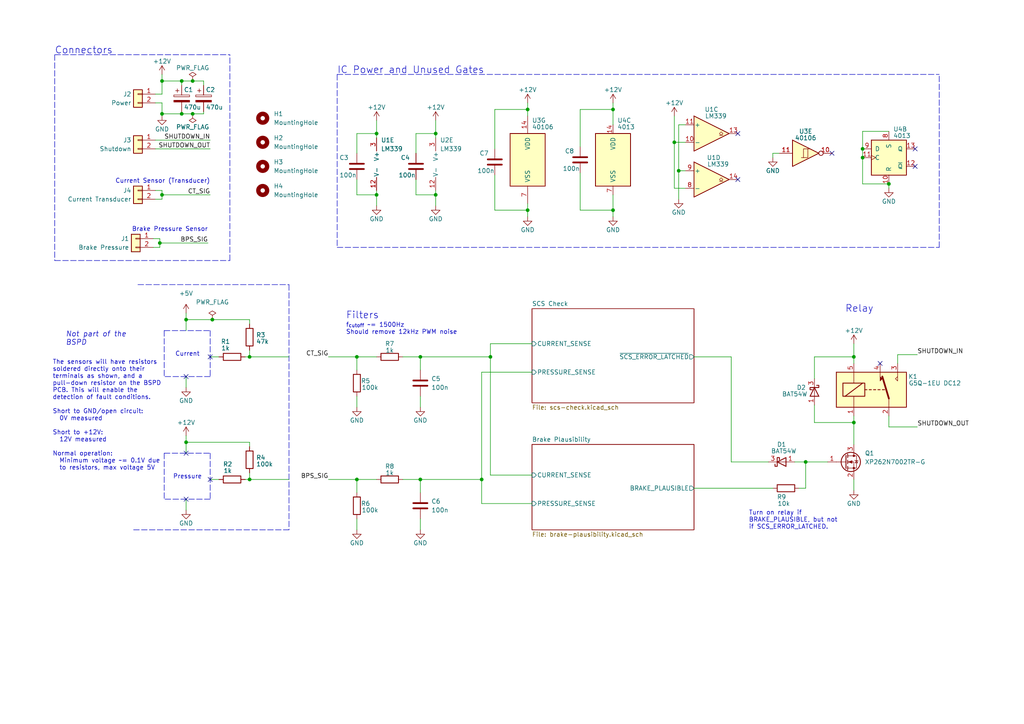
<source format=kicad_sch>
(kicad_sch (version 20211123) (generator eeschema)
  (paper "A4")
  (title_block (title "BSPD") (date "2022-04-01") (rev "1.0.1") (company "SUFST - Southampton University Formula Student Team") (comment 1 "STAG 9") (comment 3 "Marek Frodyma"))
  (lib_symbols
    (symbol "4xxx:40106" (pin_names (offset 1.016))
      (property "Reference" "U" (at 0 1.27 0))
      (property "Value" "40106" (at 0 -1.27 0))
      (symbol "40106_1_0"
        (polyline (pts (xy -0.635 -1.27) (xy -0.635 1.27) (xy 0.635 1.27)))
        (polyline (pts (xy -3.81 3.81) (xy -3.81 -3.81) (xy 3.81 0) (xy -3.81 3.81)) (stroke (width 0.254)) (fill (type background)))
        (polyline (pts (xy -1.27 -1.27) (xy 0.635 -1.27) (xy 0.635 1.27) (xy 1.27 1.27)))
        (pin input line (at -7.62 0 0) (length 3.81) (name "~") (number "1"))
        (pin output inverted (at 7.62 0 180) (length 3.81) (name "~") (number "2"))
      )
      (symbol "40106_2_0"
        (polyline (pts (xy -0.635 -1.27) (xy -0.635 1.27) (xy 0.635 1.27)))
        (polyline (pts (xy -3.81 3.81) (xy -3.81 -3.81) (xy 3.81 0) (xy -3.81 3.81)) (stroke (width 0.254)) (fill (type background)))
        (polyline (pts (xy -1.27 -1.27) (xy 0.635 -1.27) (xy 0.635 1.27) (xy 1.27 1.27)))
        (pin input line (at -7.62 0 0) (length 3.81) (name "~") (number "3"))
        (pin output inverted (at 7.62 0 180) (length 3.81) (name "~") (number "4"))
      )
      (symbol "40106_3_0"
        (polyline (pts (xy -0.635 -1.27) (xy -0.635 1.27) (xy 0.635 1.27)))
        (polyline (pts (xy -3.81 3.81) (xy -3.81 -3.81) (xy 3.81 0) (xy -3.81 3.81)) (stroke (width 0.254)) (fill (type background)))
        (polyline (pts (xy -1.27 -1.27) (xy 0.635 -1.27) (xy 0.635 1.27) (xy 1.27 1.27)))
        (pin input line (at -7.62 0 0) (length 3.81) (name "~") (number "5"))
        (pin output inverted (at 7.62 0 180) (length 3.81) (name "~") (number "6"))
      )
      (symbol "40106_4_0"
        (polyline (pts (xy -0.635 -1.27) (xy -0.635 1.27) (xy 0.635 1.27)))
        (polyline (pts (xy -3.81 3.81) (xy -3.81 -3.81) (xy 3.81 0) (xy -3.81 3.81)) (stroke (width 0.254)) (fill (type background)))
        (polyline (pts (xy -1.27 -1.27) (xy 0.635 -1.27) (xy 0.635 1.27) (xy 1.27 1.27)))
        (pin output inverted (at 7.62 0 180) (length 3.81) (name "~") (number "8"))
        (pin input line (at -7.62 0 0) (length 3.81) (name "~") (number "9"))
      )
      (symbol "40106_5_0"
        (polyline (pts (xy -0.635 -1.27) (xy -0.635 1.27) (xy 0.635 1.27)))
        (polyline (pts (xy -3.81 3.81) (xy -3.81 -3.81) (xy 3.81 0) (xy -3.81 3.81)) (stroke (width 0.254)) (fill (type background)))
        (polyline (pts (xy -1.27 -1.27) (xy 0.635 -1.27) (xy 0.635 1.27) (xy 1.27 1.27)))
        (pin output inverted (at 7.62 0 180) (length 3.81) (name "~") (number "10"))
        (pin input line (at -7.62 0 0) (length 3.81) (name "~") (number "11"))
      )
      (symbol "40106_6_0"
        (polyline (pts (xy -0.635 -1.27) (xy -0.635 1.27) (xy 0.635 1.27)))
        (polyline (pts (xy -3.81 3.81) (xy -3.81 -3.81) (xy 3.81 0) (xy -3.81 3.81)) (stroke (width 0.254)) (fill (type background)))
        (polyline (pts (xy -1.27 -1.27) (xy 0.635 -1.27) (xy 0.635 1.27) (xy 1.27 1.27)))
        (pin output inverted (at 7.62 0 180) (length 3.81) (name "~") (number "12"))
        (pin input line (at -7.62 0 0) (length 3.81) (name "~") (number "13"))
      )
      (symbol "40106_7_0"
        (pin power_in line (at 0 12.7 270) (length 5.08) (name "VDD") (number "14"))
        (pin power_in line (at 0 -12.7 90) (length 5.08) (name "VSS") (number "7"))
      )
      (symbol "40106_7_1"
        (rectangle (start -5.08 7.62) (end 5.08 -7.62) (stroke (width 0.254)) (fill (type background)))
      )
    )
    (symbol "4xxx:4013" (pin_names (offset 1.016))
      (property "Reference" "U" (at -7.62 8.89 0))
      (property "Value" "4013" (at -7.62 -8.89 0))
      (symbol "4013_1_1"
        (rectangle (start -5.08 5.08) (end 5.08 -5.08) (stroke (width 0.254)) (fill (type background)))
        (pin output line (at 7.62 2.54 180) (length 2.54) (name "Q") (number "1"))
        (pin output line (at 7.62 -2.54 180) (length 2.54) (name "~{Q}") (number "2"))
        (pin input clock (at -7.62 0 0) (length 2.54) (name "C") (number "3"))
        (pin input line (at 0 -7.62 90) (length 2.54) (name "R") (number "4"))
        (pin input line (at -7.62 2.54 0) (length 2.54) (name "D") (number "5"))
        (pin input line (at 0 7.62 270) (length 2.54) (name "S") (number "6"))
      )
      (symbol "4013_2_1"
        (rectangle (start -5.08 5.08) (end 5.08 -5.08) (stroke (width 0.254)) (fill (type background)))
        (pin input line (at 0 -7.62 90) (length 2.54) (name "R") (number "10"))
        (pin input clock (at -7.62 0 0) (length 2.54) (name "C") (number "11"))
        (pin output line (at 7.62 -2.54 180) (length 2.54) (name "~{Q}") (number "12"))
        (pin output line (at 7.62 2.54 180) (length 2.54) (name "Q") (number "13"))
        (pin input line (at 0 7.62 270) (length 2.54) (name "S") (number "8"))
        (pin input line (at -7.62 2.54 0) (length 2.54) (name "D") (number "9"))
      )
      (symbol "4013_3_0"
        (pin power_in line (at 0 10.16 270) (length 2.54) (name "VDD") (number "14"))
        (pin power_in line (at 0 -10.16 90) (length 2.54) (name "VSS") (number "7"))
      )
      (symbol "4013_3_1"
        (rectangle (start -5.08 7.62) (end 5.08 -7.62) (stroke (width 0.254)) (fill (type background)))
      )
    )
    (symbol "Comparator:LM339" (pin_names (offset 0.127))
      (property "Reference" "U" (at 0 5.08 0))
      (property "Value" "LM339" (at 0 -5.08 0))
      (symbol "LM339_1_1"
        (polyline (pts (xy -5.08 5.08) (xy 5.08 0) (xy -5.08 -5.08) (xy -5.08 5.08)) (stroke (width 0.254)) (fill (type background)))
        (polyline (pts (xy 3.302 -0.508) (xy 2.794 -0.508) (xy 3.302 0) (xy 2.794 0.508) (xy 2.286 0) (xy 2.794 -0.508) (xy 2.286 -0.508)) (stroke (width 0.127)))
        (pin open_collector line (at 7.62 0 180) (length 2.54) (name "~") (number "2"))
        (pin input line (at -7.62 -2.54 0) (length 2.54) (name "-") (number "4"))
        (pin input line (at -7.62 2.54 0) (length 2.54) (name "+") (number "5"))
      )
      (symbol "LM339_2_1"
        (polyline (pts (xy -5.08 5.08) (xy 5.08 0) (xy -5.08 -5.08) (xy -5.08 5.08)) (stroke (width 0.254)) (fill (type background)))
        (polyline (pts (xy 3.302 -0.508) (xy 2.794 -0.508) (xy 3.302 0) (xy 2.794 0.508) (xy 2.286 0) (xy 2.794 -0.508) (xy 2.286 -0.508)) (stroke (width 0.127)))
        (pin open_collector line (at 7.62 0 180) (length 2.54) (name "~") (number "1"))
        (pin input line (at -7.62 -2.54 0) (length 2.54) (name "-") (number "6"))
        (pin input line (at -7.62 2.54 0) (length 2.54) (name "+") (number "7"))
      )
      (symbol "LM339_3_1"
        (polyline (pts (xy -5.08 5.08) (xy 5.08 0) (xy -5.08 -5.08) (xy -5.08 5.08)) (stroke (width 0.254)) (fill (type background)))
        (polyline (pts (xy 3.302 -0.508) (xy 2.794 -0.508) (xy 3.302 0) (xy 2.794 0.508) (xy 2.286 0) (xy 2.794 -0.508) (xy 2.286 -0.508)) (stroke (width 0.127)))
        (pin input line (at -7.62 -2.54 0) (length 2.54) (name "-") (number "10"))
        (pin input line (at -7.62 2.54 0) (length 2.54) (name "+") (number "11"))
        (pin open_collector line (at 7.62 0 180) (length 2.54) (name "~") (number "13"))
      )
      (symbol "LM339_4_1"
        (polyline (pts (xy -5.08 5.08) (xy 5.08 0) (xy -5.08 -5.08) (xy -5.08 5.08)) (stroke (width 0.254)) (fill (type background)))
        (polyline (pts (xy 3.302 -0.508) (xy 2.794 -0.508) (xy 3.302 0) (xy 2.794 0.508) (xy 2.286 0) (xy 2.794 -0.508) (xy 2.286 -0.508)) (stroke (width 0.127)))
        (pin open_collector line (at 7.62 0 180) (length 2.54) (name "~") (number "14"))
        (pin input line (at -7.62 -2.54 0) (length 2.54) (name "-") (number "8"))
        (pin input line (at -7.62 2.54 0) (length 2.54) (name "+") (number "9"))
      )
      (symbol "LM339_5_1"
        (pin power_in line (at -2.54 -7.62 90) (length 3.81) (name "V-") (number "12"))
        (pin power_in line (at -2.54 7.62 270) (length 3.81) (name "V+") (number "3"))
      )
    )
    (symbol "Connector_Generic:Conn_01x02" (pin_names (offset 1.016) hide)
      (property "Reference" "J" (at 0 2.54 0))
      (property "Value" "Conn_01x02" (at 0 -5.08 0))
      (symbol "Conn_01x02_1_1"
        (rectangle (start -1.27 -2.413) (end 0 -2.667) (stroke (width 0.1524)))
        (rectangle (start -1.27 0.127) (end 0 -0.127) (stroke (width 0.1524)))
        (rectangle (start -1.27 1.27) (end 1.27 -3.81) (stroke (width 0.254)) (fill (type background)))
        (pin passive line (at -5.08 0 0) (length 3.81) (name "Pin_1") (number "1"))
        (pin passive line (at -5.08 -2.54 0) (length 3.81) (name "Pin_2") (number "2"))
      )
    )
    (symbol "Device:C" (pin_numbers hide) (pin_names (offset 0.254))
      (property "Reference" "C" (at 0.635 2.54 0))
      (property "Value" "C" (at 0.635 -2.54 0))
      (symbol "C_0_1"
        (polyline (pts (xy -2.032 -0.762) (xy 2.032 -0.762)) (stroke (width 0.508)))
        (polyline (pts (xy -2.032 0.762) (xy 2.032 0.762)) (stroke (width 0.508)))
      )
      (symbol "C_1_1"
        (pin passive line (at 0 3.81 270) (length 2.794) (name "~") (number "1"))
        (pin passive line (at 0 -3.81 90) (length 2.794) (name "~") (number "2"))
      )
    )
    (symbol "Device:C_Polarized" (pin_numbers hide) (pin_names (offset 0.254))
      (property "Reference" "C" (at 0.635 2.54 0))
      (property "Value" "C_Polarized" (at 0.635 -2.54 0))
      (symbol "C_Polarized_0_1"
        (rectangle (start -2.286 0.508) (end 2.286 1.016))
        (polyline (pts (xy -1.778 2.286) (xy -0.762 2.286)))
        (polyline (pts (xy -1.27 2.794) (xy -1.27 1.778)))
        (rectangle (start 2.286 -0.508) (end -2.286 -1.016) (fill (type outline)))
      )
      (symbol "C_Polarized_1_1"
        (pin passive line (at 0 3.81 270) (length 2.794) (name "~") (number "1"))
        (pin passive line (at 0 -3.81 90) (length 2.794) (name "~") (number "2"))
      )
    )
    (symbol "Device:Q_NMOS_GSD" (pin_names (offset 0) hide)
      (property "Reference" "Q" (at 5.08 1.27 0))
      (property "Value" "Q_NMOS_GSD" (at 5.08 -1.27 0))
      (symbol "Q_NMOS_GSD_0_1"
        (polyline (pts (xy 0.254 0) (xy -2.54 0)))
        (polyline (pts (xy 0.254 1.905) (xy 0.254 -1.905)) (stroke (width 0.254)))
        (polyline (pts (xy 0.762 -1.27) (xy 0.762 -2.286)) (stroke (width 0.254)))
        (polyline (pts (xy 0.762 0.508) (xy 0.762 -0.508)) (stroke (width 0.254)))
        (polyline (pts (xy 0.762 2.286) (xy 0.762 1.27)) (stroke (width 0.254)))
        (polyline (pts (xy 2.54 2.54) (xy 2.54 1.778)))
        (polyline (pts (xy 2.54 -2.54) (xy 2.54 0) (xy 0.762 0)))
        (polyline (pts (xy 0.762 -1.778) (xy 3.302 -1.778) (xy 3.302 1.778) (xy 0.762 1.778)))
        (polyline (pts (xy 1.016 0) (xy 2.032 0.381) (xy 2.032 -0.381) (xy 1.016 0)) (fill (type outline)))
        (polyline (pts (xy 2.794 0.508) (xy 2.921 0.381) (xy 3.683 0.381) (xy 3.81 0.254)))
        (polyline (pts (xy 3.302 0.381) (xy 2.921 -0.254) (xy 3.683 -0.254) (xy 3.302 0.381)))
        (circle (center 1.651 0) (radius 2.794) (stroke (width 0.254)))
        (circle (center 2.54 -1.778) (radius 0.254) (fill (type outline)))
        (circle (center 2.54 1.778) (radius 0.254) (fill (type outline)))
      )
      (symbol "Q_NMOS_GSD_1_1"
        (pin input line (at -5.08 0 0) (length 2.54) (name "G") (number "1"))
        (pin passive line (at 2.54 -5.08 90) (length 2.54) (name "S") (number "2"))
        (pin passive line (at 2.54 5.08 270) (length 2.54) (name "D") (number "3"))
      )
    )
    (symbol "Device:R" (pin_numbers hide) (pin_names (offset 0))
      (property "Reference" "R" (at 2.032 0 90))
      (property "Value" "R" (at 0 0 90))
      (symbol "R_0_1"
        (rectangle (start -1.016 -2.54) (end 1.016 2.54) (stroke (width 0.254)))
      )
      (symbol "R_1_1"
        (pin passive line (at 0 3.81 270) (length 1.27) (name "~") (number "1"))
        (pin passive line (at 0 -3.81 90) (length 1.27) (name "~") (number "2"))
      )
    )
    (symbol "Diode:BAT54W" (pin_names (offset 1.016) hide)
      (property "Reference" "D" (at 0 2.54 0))
      (property "Value" "BAT54W" (at 0 -2.54 0))
      (symbol "BAT54W_0_1"
        (polyline (pts (xy 1.27 0) (xy -1.27 0)))
        (polyline (pts (xy 1.27 1.27) (xy 1.27 -1.27) (xy -1.27 0) (xy 1.27 1.27)) (stroke (width 0.254)))
        (polyline (pts (xy -1.905 0.635) (xy -1.905 1.27) (xy -1.27 1.27) (xy -1.27 -1.27) (xy -0.635 -1.27) (xy -0.635 -0.635)) (stroke (width 0.254)))
      )
      (symbol "BAT54W_1_1"
        (pin passive line (at 3.81 0 180) (length 2.54) (name "A") (number "1"))
        (pin no_connect line (at 0 0 90) (length 2.54) hide (name "NC") (number "2"))
        (pin passive line (at -3.81 0 0) (length 2.54) (name "K") (number "3"))
      )
    )
    (symbol "Mechanical:MountingHole" (pin_names (offset 1.016))
      (property "Reference" "H" (at 0 5.08 0))
      (property "Value" "MountingHole" (at 0 3.175 0))
      (symbol "MountingHole_0_1"
        (circle (center 0 0) (radius 1.27) (stroke (width 1.27)))
      )
    )
    (symbol "Relay:G5Q-1"
      (property "Reference" "K" (at 11.43 3.81 0))
      (property "Value" "G5Q-1" (at 11.43 1.27 0))
      (symbol "G5Q-1_0_0"
        (polyline (pts (xy 7.62 5.08) (xy 7.62 2.54) (xy 6.985 3.175) (xy 7.62 3.81)))
      )
      (symbol "G5Q-1_0_1"
        (rectangle (start -10.16 5.08) (end 10.16 -5.08) (stroke (width 0.254)) (fill (type background)))
        (rectangle (start -8.255 1.905) (end -1.905 -1.905) (stroke (width 0.254)))
        (polyline (pts (xy -7.62 -1.905) (xy -2.54 1.905)) (stroke (width 0.254)))
        (polyline (pts (xy -5.08 -5.08) (xy -5.08 -1.905)))
        (polyline (pts (xy -5.08 5.08) (xy -5.08 1.905)))
        (polyline (pts (xy -1.905 0) (xy -1.27 0)) (stroke (width 0.254)))
        (polyline (pts (xy -0.635 0) (xy 0 0)) (stroke (width 0.254)))
        (polyline (pts (xy 0.635 0) (xy 1.27 0)) (stroke (width 0.254)))
        (polyline (pts (xy 1.905 0) (xy 2.54 0)) (stroke (width 0.254)))
        (polyline (pts (xy 3.175 0) (xy 3.81 0)) (stroke (width 0.254)))
        (polyline (pts (xy 5.08 -2.54) (xy 3.175 3.81)) (stroke (width 0.508)))
        (polyline (pts (xy 5.08 -2.54) (xy 5.08 -5.08)))
        (polyline (pts (xy 2.54 5.08) (xy 2.54 2.54) (xy 3.175 3.175) (xy 2.54 3.81)) (fill (type outline)))
      )
      (symbol "G5Q-1_1_1"
        (pin passive line (at -5.08 -7.62 90) (length 2.54) (name "~") (number "1"))
        (pin passive line (at 5.08 -7.62 90) (length 2.54) (name "~") (number "2"))
        (pin passive line (at 7.62 7.62 270) (length 2.54) (name "~") (number "3"))
        (pin passive line (at 2.54 7.62 270) (length 2.54) (name "~") (number "4"))
        (pin passive line (at -5.08 7.62 270) (length 2.54) (name "~") (number "5"))
      )
    )
    (symbol "power:+12V" (power) (pin_names (offset 0))
      (property "Value" "+12V" (at 0 3.556 0))
      (symbol "+12V_0_1"
        (polyline (pts (xy -0.762 1.27) (xy 0 2.54)))
        (polyline (pts (xy 0 0) (xy 0 2.54)))
        (polyline (pts (xy 0 2.54) (xy 0.762 1.27)))
      )
      (symbol "+12V_1_1"
        (pin power_in line (at 0 0 90) (length 0) hide (name "+12V") (number "1"))
      )
    )
    (symbol "power:+5V" (power) (pin_names (offset 0))
      (property "Value" "+5V" (at 0 3.556 0))
      (symbol "+5V_0_1"
        (polyline (pts (xy -0.762 1.27) (xy 0 2.54)))
        (polyline (pts (xy 0 0) (xy 0 2.54)))
        (polyline (pts (xy 0 2.54) (xy 0.762 1.27)))
      )
      (symbol "+5V_1_1"
        (pin power_in line (at 0 0 90) (length 0) hide (name "+5V") (number "1"))
      )
    )
    (symbol "power:GND" (power) (pin_names (offset 0))
      (property "Value" "GND" (at 0 -3.81 0))
      (symbol "GND_0_1"
        (polyline (pts (xy 0 0) (xy 0 -1.27) (xy 1.27 -1.27) (xy 0 -2.54) (xy -1.27 -1.27) (xy 0 -1.27)))
      )
      (symbol "GND_1_1"
        (pin power_in line (at 0 0 270) (length 0) hide (name "GND") (number "1"))
      )
    )
    (symbol "power:PWR_FLAG" (power) (pin_numbers hide) (pin_names (offset 0) hide)
      (property "Value" "PWR_FLAG" (at 0 3.81 0))
      (symbol "PWR_FLAG_0_0"
        (pin power_out line (at 0 0 90) (length 0) (name "pwr") (number "1"))
      )
      (symbol "PWR_FLAG_0_1"
        (polyline (pts (xy 0 0) (xy 0 1.27) (xy -1.016 1.905) (xy 0 2.54) (xy 1.016 1.905) (xy 0 1.27)))
      )
    )
  )
  (junction (at 55.88 23.495))
  (junction (at 126.365 38.735))
  (junction (at 142.24 103.505))
  (junction (at 195.58 41.275))
  (junction (at 53.975 128.27))
  (junction (at 46.99 23.495))
  (junction (at 177.8 31.75))
  (junction (at 55.88 33.02))
  (junction (at 126.365 56.515))
  (junction (at 121.92 139.065))
  (junction (at 52.705 23.495))
  (junction (at 72.39 139.065))
  (junction (at 61.595 92.71))
  (junction (at 46.99 33.02))
  (junction (at 103.505 103.505))
  (junction (at 103.505 139.065))
  (junction (at 53.975 92.71))
  (junction (at 139.7 139.065))
  (junction (at 46.355 70.485))
  (junction (at 109.22 38.735))
  (junction (at 247.65 122.555))
  (junction (at 250.19 43.18))
  (junction (at 109.22 56.515))
  (junction (at 250.19 45.72))
  (junction (at 153.035 60.96))
  (junction (at 177.8 60.96))
  (junction (at 72.39 103.505))
  (junction (at 247.65 103.505))
  (junction (at 196.85 49.53))
  (junction (at 257.81 53.34))
  (junction (at 121.92 103.505))
  (junction (at 233.68 133.985))
  (junction (at 52.705 33.02))
  (junction (at 46.99 56.515))
  (junction (at 153.035 31.75))
  (no_connect (at 213.995 38.735))
  (no_connect (at 213.995 52.07))
  (no_connect (at 241.3 44.45))
  (no_connect (at 265.43 48.26))
  (no_connect (at 265.43 43.18))
  (no_connect (at 255.27 105.41))
  (no_connect (at 60.96 103.505))
  (no_connect (at 60.96 139.065))
  (no_connect (at 53.975 144.78))
  (no_connect (at 53.975 131.445))
  (no_connect (at 53.975 109.22))
  (wire (pts (xy 233.68 133.985) (xy 240.03 133.985)))
  (wire (pts (xy 72.39 93.98) (xy 72.39 92.71)))
  (wire (pts (xy 236.22 117.475) (xy 236.22 122.555)))
  (wire (pts (xy 52.705 32.385) (xy 52.705 33.02)))
  (wire (pts (xy 46.99 29.845) (xy 45.085 29.845)))
  (wire (pts (xy 121.92 103.505) (xy 142.24 103.505)))
  (wire (pts (xy 231.775 141.605) (xy 233.68 141.605)))
  (wire (pts (xy 139.7 139.065) (xy 139.7 107.95)))
  (polyline (pts (xy 40.005 82.55) (xy 83.82 82.55)))
  (wire (pts (xy 52.705 24.765) (xy 52.705 23.495)))
  (polyline (pts (xy 97.79 71.755) (xy 272.415 71.755)))
  (wire (pts (xy 153.035 60.96) (xy 153.035 62.865)))
  (wire (pts (xy 126.365 34.925) (xy 126.365 38.735)))
  (wire (pts (xy 153.035 31.75) (xy 153.035 33.655)))
  (wire (pts (xy 257.81 53.34) (xy 257.81 54.61)))
  (wire (pts (xy 103.505 103.505) (xy 103.505 107.315)))
  (wire (pts (xy 109.22 38.735) (xy 109.22 40.005)))
  (wire (pts (xy 95.25 139.065) (xy 103.505 139.065)))
  (wire (pts (xy 121.92 139.065) (xy 139.7 139.065)))
  (wire (pts (xy 142.24 103.505) (xy 142.24 99.695)))
  (wire (pts (xy 103.505 44.45) (xy 103.505 38.735)))
  (wire (pts (xy 46.355 71.755) (xy 44.45 71.755)))
  (wire (pts (xy 72.39 101.6) (xy 72.39 103.505)))
  (wire (pts (xy 126.365 56.515) (xy 126.365 59.69)))
  (wire (pts (xy 95.25 103.505) (xy 103.505 103.505)))
  (wire (pts (xy 236.22 109.855) (xy 236.22 103.505)))
  (polyline (pts (xy 60.96 109.22) (xy 47.625 109.22)))
  (wire (pts (xy 224.155 44.45) (xy 226.06 44.45)))
  (wire (pts (xy 247.65 139.065) (xy 247.65 142.24)))
  (wire (pts (xy 46.99 33.02) (xy 46.99 33.655)))
  (wire (pts (xy 126.365 55.245) (xy 126.365 56.515)))
  (polyline (pts (xy 272.415 71.755) (xy 272.415 21.59)))
  (wire (pts (xy 109.22 56.515) (xy 109.22 59.69)))
  (wire (pts (xy 154.305 137.795) (xy 142.24 137.795)))
  (wire (pts (xy 46.99 29.845) (xy 46.99 33.02)))
  (polyline (pts (xy 38.735 153.67) (xy 83.82 153.67)))
  (wire (pts (xy 55.88 23.495) (xy 52.705 23.495)))
  (wire (pts (xy 45.085 55.245) (xy 46.99 55.245)))
  (wire (pts (xy 139.7 139.065) (xy 139.7 146.05)))
  (wire (pts (xy 72.39 139.065) (xy 83.82 139.065)))
  (polyline (pts (xy 66.675 75.565) (xy 66.675 15.875)))
  (wire (pts (xy 46.99 23.495) (xy 46.99 27.305)))
  (wire (pts (xy 212.09 103.505) (xy 201.295 103.505)))
  (wire (pts (xy 120.65 56.515) (xy 126.365 56.515)))
  (wire (pts (xy 60.96 40.64) (xy 45.085 40.64)))
  (wire (pts (xy 120.65 38.735) (xy 126.365 38.735)))
  (wire (pts (xy 142.24 137.795) (xy 142.24 103.505)))
  (wire (pts (xy 121.92 139.065) (xy 116.84 139.065)))
  (wire (pts (xy 143.51 60.96) (xy 153.035 60.96)))
  (wire (pts (xy 257.81 120.65) (xy 257.81 123.825)))
  (wire (pts (xy 230.505 133.985) (xy 233.68 133.985)))
  (wire (pts (xy 72.39 139.065) (xy 71.12 139.065)))
  (wire (pts (xy 196.85 49.53) (xy 198.755 49.53)))
  (wire (pts (xy 103.505 38.735) (xy 109.22 38.735)))
  (wire (pts (xy 168.275 60.96) (xy 177.8 60.96)))
  (polyline (pts (xy 15.875 15.875) (xy 66.675 15.875)))
  (wire (pts (xy 177.8 29.845) (xy 177.8 31.75)))
  (wire (pts (xy 53.975 128.27) (xy 53.975 126.365)))
  (wire (pts (xy 201.295 141.605) (xy 224.155 141.605)))
  (wire (pts (xy 103.505 56.515) (xy 109.22 56.515)))
  (wire (pts (xy 168.275 42.545) (xy 168.275 31.75)))
  (polyline (pts (xy 47.625 95.885) (xy 47.625 109.22)))
  (polyline (pts (xy 15.875 15.875) (xy 15.875 75.565)))
  (wire (pts (xy 257.81 123.825) (xy 266.065 123.825)))
  (wire (pts (xy 46.99 57.785) (xy 45.085 57.785)))
  (wire (pts (xy 139.7 107.95) (xy 154.305 107.95)))
  (wire (pts (xy 46.99 56.515) (xy 46.99 57.785)))
  (wire (pts (xy 120.65 44.45) (xy 120.65 38.735)))
  (wire (pts (xy 143.51 43.18) (xy 143.51 31.75)))
  (wire (pts (xy 250.19 43.18) (xy 250.19 45.72)))
  (wire (pts (xy 195.58 41.275) (xy 195.58 54.61)))
  (wire (pts (xy 109.22 55.245) (xy 109.22 56.515)))
  (polyline (pts (xy 47.625 131.445) (xy 60.96 131.445)))
  (wire (pts (xy 142.24 99.695) (xy 154.305 99.695)))
  (wire (pts (xy 250.19 53.34) (xy 257.81 53.34)))
  (wire (pts (xy 45.085 27.305) (xy 46.99 27.305)))
  (wire (pts (xy 198.755 54.61) (xy 195.58 54.61)))
  (polyline (pts (xy 97.79 21.59) (xy 272.415 21.59)))
  (wire (pts (xy 177.8 60.96) (xy 177.8 62.865)))
  (wire (pts (xy 168.275 50.165) (xy 168.275 60.96)))
  (wire (pts (xy 46.355 70.485) (xy 46.355 71.755)))
  (wire (pts (xy 177.8 31.75) (xy 177.8 36.195)))
  (polyline (pts (xy 97.79 21.59) (xy 97.79 71.755)))
  (wire (pts (xy 126.365 38.735) (xy 126.365 40.005)))
  (wire (pts (xy 257.81 38.1) (xy 250.19 38.1)))
  (wire (pts (xy 247.65 99.695) (xy 247.65 103.505)))
  (wire (pts (xy 121.92 118.11) (xy 121.92 114.935)))
  (wire (pts (xy 103.505 139.065) (xy 103.505 142.875)))
  (wire (pts (xy 72.39 103.505) (xy 71.12 103.505)))
  (wire (pts (xy 72.39 103.505) (xy 83.82 103.505)))
  (wire (pts (xy 143.51 50.8) (xy 143.51 60.96)))
  (wire (pts (xy 153.035 29.845) (xy 153.035 31.75)))
  (polyline (pts (xy 60.96 95.885) (xy 60.96 109.22)))
  (wire (pts (xy 103.505 114.935) (xy 103.505 118.11)))
  (wire (pts (xy 59.055 33.02) (xy 55.88 33.02)))
  (wire (pts (xy 168.275 31.75) (xy 177.8 31.75)))
  (wire (pts (xy 109.22 34.925) (xy 109.22 38.735)))
  (wire (pts (xy 247.65 122.555) (xy 247.65 128.905)))
  (wire (pts (xy 52.705 33.02) (xy 46.99 33.02)))
  (polyline (pts (xy 60.96 144.78) (xy 47.625 144.78)))
  (wire (pts (xy 196.85 36.195) (xy 196.85 49.53)))
  (wire (pts (xy 103.505 150.495) (xy 103.505 153.67)))
  (wire (pts (xy 61.595 92.71) (xy 53.975 92.71)))
  (wire (pts (xy 53.975 92.71) (xy 53.975 95.885)))
  (wire (pts (xy 52.705 23.495) (xy 46.99 23.495)))
  (polyline (pts (xy 47.625 95.885) (xy 60.96 95.885)))
  (wire (pts (xy 72.39 129.54) (xy 72.39 128.27)))
  (wire (pts (xy 59.055 24.765) (xy 59.055 23.495)))
  (wire (pts (xy 53.975 144.78) (xy 53.975 147.955)))
  (wire (pts (xy 60.96 139.065) (xy 63.5 139.065)))
  (wire (pts (xy 212.09 133.985) (xy 212.09 103.505)))
  (wire (pts (xy 55.88 33.02) (xy 52.705 33.02)))
  (wire (pts (xy 60.325 70.485) (xy 46.355 70.485)))
  (wire (pts (xy 236.22 103.505) (xy 247.65 103.505)))
  (wire (pts (xy 60.96 56.515) (xy 46.99 56.515)))
  (wire (pts (xy 103.505 139.065) (xy 109.22 139.065)))
  (wire (pts (xy 59.055 32.385) (xy 59.055 33.02)))
  (wire (pts (xy 103.505 52.07) (xy 103.505 56.515)))
  (wire (pts (xy 143.51 31.75) (xy 153.035 31.75)))
  (wire (pts (xy 195.58 33.655) (xy 195.58 41.275)))
  (wire (pts (xy 224.155 44.45) (xy 224.155 45.72)))
  (wire (pts (xy 198.755 36.195) (xy 196.85 36.195)))
  (wire (pts (xy 53.975 92.71) (xy 53.975 90.805)))
  (wire (pts (xy 59.055 23.495) (xy 55.88 23.495)))
  (wire (pts (xy 103.505 103.505) (xy 109.22 103.505)))
  (wire (pts (xy 247.65 120.65) (xy 247.65 122.555)))
  (wire (pts (xy 46.355 69.215) (xy 46.355 70.485)))
  (wire (pts (xy 177.8 60.96) (xy 177.8 56.515)))
  (wire (pts (xy 250.19 45.72) (xy 250.19 53.34)))
  (wire (pts (xy 60.96 43.18) (xy 45.085 43.18)))
  (wire (pts (xy 72.39 92.71) (xy 61.595 92.71)))
  (wire (pts (xy 260.35 102.87) (xy 266.065 102.87)))
  (wire (pts (xy 53.975 128.27) (xy 53.975 131.445)))
  (polyline (pts (xy 15.875 75.565) (xy 66.675 75.565)))
  (polyline (pts (xy 83.82 82.55) (xy 83.82 153.67)))
  (wire (pts (xy 60.96 103.505) (xy 63.5 103.505)))
  (wire (pts (xy 72.39 137.16) (xy 72.39 139.065)))
  (wire (pts (xy 247.65 103.505) (xy 247.65 105.41)))
  (wire (pts (xy 53.975 109.22) (xy 53.975 112.395)))
  (wire (pts (xy 212.09 133.985) (xy 222.885 133.985)))
  (wire (pts (xy 121.92 107.315) (xy 121.92 103.505)))
  (wire (pts (xy 153.035 60.96) (xy 153.035 59.055)))
  (wire (pts (xy 46.99 21.59) (xy 46.99 23.495)))
  (wire (pts (xy 121.92 142.875) (xy 121.92 139.065)))
  (wire (pts (xy 139.7 146.05) (xy 154.305 146.05)))
  (wire (pts (xy 44.45 69.215) (xy 46.355 69.215)))
  (wire (pts (xy 196.85 49.53) (xy 196.85 57.785)))
  (wire (pts (xy 236.22 122.555) (xy 247.65 122.555)))
  (wire (pts (xy 250.19 38.1) (xy 250.19 43.18)))
  (wire (pts (xy 233.68 133.985) (xy 233.68 141.605)))
  (wire (pts (xy 121.92 103.505) (xy 116.84 103.505)))
  (wire (pts (xy 260.35 105.41) (xy 260.35 102.87)))
  (wire (pts (xy 46.99 55.245) (xy 46.99 56.515)))
  (wire (pts (xy 120.65 52.07) (xy 120.65 56.515)))
  (polyline (pts (xy 47.625 131.445) (xy 47.625 144.78)))
  (polyline (pts (xy 60.96 131.445) (xy 60.96 144.78)))
  (wire (pts (xy 121.92 153.67) (xy 121.92 150.495)))
  (wire (pts (xy 195.58 41.275) (xy 198.755 41.275)))
  (wire (pts (xy 72.39 128.27) (xy 53.975 128.27)))
  (text "Brake Pressure Sensor" (at 60.325 67.31 180) (effects (font (size 1.27 1.27)) (justify right bottom)))
  (text "Connectors" (at 15.875 15.875 0) (effects (font (size 2 2)) (justify left bottom)))
  (text "f_{cutoff} ~= 1500Hz\nShould remove 12kHz PWM noise" (at 100.33 97.155 0) (effects (font (size 1.27 1.27)) (justify left bottom)))
  (text "Current Sensor (Transducer)" (at 60.96 53.34 180) (effects (font (size 1.27 1.27)) (justify right bottom)))
  (text "Filters" (at 100.33 92.71 0) (effects (font (size 2 2)) (justify left bottom)))
  (text "The sensors will have resistors\nsoldered directly onto their\nterminals as shown, and a\npull-down resistor on the BSPD\nPCB. This will enable the\ndetection of fault conditions.\n\nShort to GND/open circuit:\n  0V measured\n\nShort to +12V:\n  12V measured\n\nNormal operation:\n  Minimum voltage ~= 0.1V due\n  to resistors, max voltage 5V" (at 15.24 136.525 0) (effects (font (size 1.27 1.27)) (justify left bottom)))
  (text "Current" (at 50.8 103.505 0) (effects (font (size 1.27 1.27)) (justify left bottom)))
  (text "IC Power and Unused Gates" (at 97.79 21.59 0) (effects (font (size 2 2)) (justify left bottom)))
  (text "Relay" (at 245.11 90.805 0) (effects (font (size 2 2)) (justify left bottom)))
  (text "Pressure" (at 50.165 139.065 0) (effects (font (size 1.27 1.27)) (justify left bottom)))
  (text "Not part of the\nBSPD" (at 19.05 100.33 0) (effects (font (size 1.5 1.5) italic) (justify left bottom)))
  (text "Turn on relay if\nBRAKE_PLAUSIBLE, but not\nif SCS_ERROR_LATCHED." (at 217.17 153.67 0) (effects (font (size 1.27 1.27)) (justify left bottom)))
  (label "SHUTDOWN_OUT" (at 266.065 123.825 0))
  (label "CT_SIG" (at 60.96 56.515 180))
  (label "SHUTDOWN_IN" (at 266.065 102.87 0))
  (label "CT_SIG" (at 95.25 103.505 180))
  (label "SHUTDOWN_OUT" (at 60.96 43.18 180))
  (label "BPS_SIG" (at 60.325 70.485 180))
  (label "SHUTDOWN_IN" (at 60.96 40.64 180))
  (label "BPS_SIG" (at 95.25 139.065 180))
  (symbol (lib_id "Device:R") (at 67.31 103.505 90) (unit 1) (in_bom no) (on_board no)
    (property "Reference" "R1" (at 65.405 99.06 90))
    (property "Value" "1k" (at 65.405 100.965 90))
    (property "Footprint" "ignore" (effects hide))
  )
  (symbol (lib_id "4xxx:4013") (at 177.8 46.355 0) (unit 3)
    (property "Reference" "U4" (at 179.07 34.925 0) (effects (justify left)))
    (property "Value" "4013" (at 179.07 36.83 0) (effects (justify left)))
    (property "Footprint" "Package_SO:SOIC-14_3.9x8.7mm_P1.27mm" (effects hide))
    (property "Datasheet" "http://www.onsemi.com/pub/Collateral/MC14013B-D.PDF" (effects hide))
    (property "Supplier" "Mouser" (effects hide))
    (property "Order Code" "863-MC14013BDR2G" (effects hide))
  )
  (symbol (lib_id "Mechanical:MountingHole") (at 76.2 34.29 0) (unit 1)
    (property "Reference" "H1" (at 79.375 33.0199 0) (effects (justify left)))
    (property "Value" "MountingHole" (at 79.375 35.5599 0) (effects (justify left)))
    (property "Footprint" "MountingHole:MountingHole_2.1mm" (effects hide))
  )
  (symbol (lib_id "power:+12V") (at 195.58 33.655 0) (unit 1)
    (property "Reference" "#PWR019" (effects hide))
    (property "Value" "+12V" (at 195.58 29.845 0))
  )
  (symbol (lib_id "Device:C") (at 120.65 48.26 0) (unit 1)
    (property "Reference" "C4" (at 116.205 45.72 0) (effects (justify left)))
    (property "Value" "100n" (at 115.57 50.8 0) (effects (justify left)))
    (property "Footprint" "Capacitor_SMD:C_0805_2012Metric" (effects hide))
    (property "Datasheet" "https://www.mouser.co.uk/datasheet/2/212/KEM_C1002_X7R_SMD-1102033.pdf" (effects hide))
    (property "Order Code" "C0805C104K5RAC7411" (effects hide))
    (property "Supplier" "Mouser" (effects hide))
  )
  (symbol (lib_id "power:GND") (at 177.8 62.865 0) (unit 1)
    (property "Reference" "#PWR018" (effects hide))
    (property "Value" "GND" (at 177.8 66.675 0))
  )
  (symbol (lib_id "Device:C_Polarized") (at 59.055 28.575 0) (unit 1)
    (property "Reference" "C2" (at 59.69 26.035 0) (effects (justify left)))
    (property "Value" "470u" (at 59.69 31.115 0) (effects (justify left)))
    (property "Footprint" "Capacitor_THT:CP_Radial_D10.0mm_P5.00mm" (effects hide))
    (property "Datasheet" "https://www.vishay.com/docs/28499/172rlx.pdf" (effects hide))
    (property "Supplier" "Mouser" (effects hide))
    (property "Order Code" "594-MAL217256471E3" (effects hide))
  )
  (symbol (lib_id "power:GND") (at 53.975 147.955 0) (unit 1)
    (property "Reference" "#PWR06" (effects hide))
    (property "Value" "GND" (at 53.975 151.765 0))
  )
  (symbol (lib_id "Device:C") (at 143.51 46.99 0) (unit 1)
    (property "Reference" "C7" (at 139.065 44.45 0) (effects (justify left)))
    (property "Value" "100n" (at 138.43 49.53 0) (effects (justify left)))
    (property "Footprint" "Capacitor_SMD:C_0805_2012Metric" (effects hide))
    (property "Datasheet" "https://www.mouser.co.uk/datasheet/2/212/KEM_C1002_X7R_SMD-1102033.pdf" (effects hide))
    (property "Order Code" "C0805C104K5RAC7411" (effects hide))
    (property "Supplier" "Mouser" (effects hide))
  )
  (symbol (lib_id "power:GND") (at 247.65 142.24 0) (unit 1)
    (property "Reference" "#PWR023" (effects hide))
    (property "Value" "GND" (at 247.65 146.05 0))
  )
  (symbol (lib_id "power:+12V") (at 109.22 34.925 0) (unit 1)
    (property "Reference" "#PWR09" (effects hide))
    (property "Value" "+12V" (at 109.22 31.115 0))
  )
  (symbol (lib_id "Device:C") (at 121.92 111.125 0) (unit 1)
    (property "Reference" "C5" (at 125.095 109.8549 0) (effects (justify left)))
    (property "Value" "100n" (at 125.095 112.3949 0) (effects (justify left)))
    (property "Footprint" "Capacitor_SMD:C_0805_2012Metric" (effects hide))
    (property "Datasheet" "https://www.mouser.co.uk/datasheet/2/212/KEM_C1002_X7R_SMD-1102033.pdf" (effects hide))
    (property "Order Code" "C0805C104K5RAC7411" (effects hide))
    (property "Supplier" "Mouser" (effects hide))
  )
  (symbol (lib_id "power:GND") (at 196.85 57.785 0) (unit 1)
    (property "Reference" "#PWR020" (effects hide))
    (property "Value" "GND" (at 196.85 61.595 0))
  )
  (symbol (lib_id "power:GND") (at 53.975 112.395 0) (unit 1)
    (property "Reference" "#PWR04" (effects hide))
    (property "Value" "GND" (at 53.975 116.205 0))
  )
  (symbol (lib_id "Comparator:LM339") (at 206.375 52.07 0) (unit 4)
    (property "Reference" "U1" (at 207.01 45.72 0))
    (property "Value" "LM339" (at 208.28 47.625 0))
    (property "Footprint" "Package_SO:SOIC-14_3.9x8.7mm_P1.27mm" (effects hide))
    (property "Datasheet" "https://www.st.com/resource/en/datasheet/lm139.pdf" (effects hide))
    (property "Supplier" "Mouser" (effects hide))
    (property "Order Code" "595-LM339DR" (effects hide))
  )
  (symbol (lib_id "Device:C") (at 121.92 146.685 0) (unit 1)
    (property "Reference" "C6" (at 125.095 145.4149 0) (effects (justify left)))
    (property "Value" "100n" (at 125.095 147.9549 0) (effects (justify left)))
    (property "Footprint" "Capacitor_SMD:C_0805_2012Metric" (effects hide))
    (property "Datasheet" "https://www.mouser.co.uk/datasheet/2/212/KEM_C1002_X7R_SMD-1102033.pdf" (effects hide))
    (property "Order Code" "C0805C104K5RAC7411" (effects hide))
    (property "Supplier" "Mouser" (effects hide))
  )
  (symbol (lib_id "power:+5V") (at 53.975 90.805 0) (unit 1)
    (property "Reference" "#PWR03" (effects hide))
    (property "Value" "+5V" (at 53.975 85.09 0))
  )
  (symbol (lib_id "power:PWR_FLAG") (at 61.595 92.71 0) (unit 1)
    (property "Reference" "#FLG0102" (effects hide))
    (property "Value" "PWR_FLAG" (at 61.595 87.63 0))
  )
  (symbol (lib_id "Connector_Generic:Conn_01x02") (at 39.37 69.215 0) (mirror y) (unit 1)
    (property "Reference" "J1" (at 37.465 69.215 0) (effects (justify left)))
    (property "Value" "Brake Pressure" (at 37.465 71.755 0) (effects (justify left)))
    (property "Footprint" "Connector_Molex:Molex_Micro-Fit_3.0_43650-0215_1x02_P3.00mm_Vertical" (effects hide))
    (property "Datasheet" "ttps://www.mouser.co.uk/datasheet/2/276/0436500215_PCB_HEADERS-148687.pdf" (effects hide))
    (property "Supplier" "Mouser" (effects hide))
    (property "Order Code" "538-43650-0215" (effects hide))
  )
  (symbol (lib_id "power:GND") (at 257.81 54.61 0) (unit 1)
    (property "Reference" "#PWR024" (effects hide))
    (property "Value" "GND" (at 257.81 58.42 0))
  )
  (symbol (lib_id "Connector_Generic:Conn_01x02") (at 40.005 27.305 0) (mirror y) (unit 1)
    (property "Reference" "J2" (at 38.1 27.305 0) (effects (justify left)))
    (property "Value" "Power" (at 38.1 29.845 0) (effects (justify left)))
    (property "Footprint" "Connector_Molex:Molex_Micro-Fit_3.0_43650-0215_1x02_P3.00mm_Vertical" (effects hide))
    (property "Datasheet" "https://www.mouser.co.uk/datasheet/2/276/0436500215_PCB_HEADERS-148687.pdf" (effects hide))
    (property "Supplier" "Mouser" (effects hide))
    (property "Order Code" "538-43650-0215" (effects hide))
  )
  (symbol (lib_id "power:GND") (at 121.92 118.11 0) (unit 1)
    (property "Reference" "#PWR011" (effects hide))
    (property "Value" "GND" (at 121.92 121.92 0))
  )
  (symbol (lib_id "Connector_Generic:Conn_01x02") (at 40.005 55.245 0) (mirror y) (unit 1)
    (property "Reference" "J4" (at 38.1 55.245 0) (effects (justify left)))
    (property "Value" "Current Transducer" (at 38.1 57.785 0) (effects (justify left)))
    (property "Footprint" "Connector_Molex:Molex_Micro-Fit_3.0_43650-0215_1x02_P3.00mm_Vertical" (effects hide))
    (property "Datasheet" "https://www.mouser.co.uk/datasheet/2/276/0436500215_PCB_HEADERS-148687.pdf" (effects hide))
    (property "Supplier" "Mouser" (effects hide))
    (property "Order Code" "538-43650-0215" (effects hide))
  )
  (symbol (lib_id "power:GND") (at 126.365 59.69 0) (unit 1)
    (property "Reference" "#PWR014" (effects hide))
    (property "Value" "GND" (at 126.365 63.5 0))
  )
  (symbol (lib_id "Mechanical:MountingHole") (at 76.2 55.245 0) (unit 1)
    (property "Reference" "H4" (at 79.375 53.9749 0) (effects (justify left)))
    (property "Value" "MountingHole" (at 79.375 56.5149 0) (effects (justify left)))
    (property "Footprint" "MountingHole:MountingHole_2.1mm" (effects hide))
  )
  (symbol (lib_id "power:GND") (at 46.99 33.655 0) (mirror y) (unit 1)
    (property "Reference" "#PWR02" (effects hide))
    (property "Value" "GND" (at 46.99 37.465 0))
  )
  (symbol (lib_id "Device:R") (at 103.505 111.125 180) (unit 1)
    (property "Reference" "R5" (at 106.045 110.49 0))
    (property "Value" "100k" (at 107.315 112.395 0))
    (property "Footprint" "Resistor_SMD:R_0805_2012Metric_Pad1.20x1.40mm_HandSolder" (effects hide))
    (property "Datasheet" "https://www.mouser.co.uk/datasheet/2/427/tnpw_e3-1761965.pdf" (effects hide))
    (property "Order Code" "71-TNPW0603100KBEEA" (effects hide))
    (property "Supplier" "Mouser" (effects hide))
  )
  (symbol (lib_id "4xxx:40106") (at 233.68 44.45 0) (unit 5)
    (property "Reference" "U3" (at 233.68 38.1 0))
    (property "Value" "40106" (at 233.68 40.005 0))
    (property "Footprint" "Package_SO:SOIC-14_3.9x8.7mm_P1.27mm" (effects hide))
    (property "Datasheet" "https://www.mouser.co.uk/datasheet/2/916/HEF40106B-2938045.pdf" (effects hide))
    (property "Supplier" "Mouser" (effects hide))
    (property "Order Code" "771-HEF40106BTD-T" (effects hide))
  )
  (symbol (lib_id "Device:R") (at 103.505 146.685 180) (unit 1)
    (property "Reference" "R6" (at 106.045 146.05 0))
    (property "Value" "100k" (at 107.315 147.955 0))
    (property "Footprint" "Resistor_SMD:R_0805_2012Metric_Pad1.20x1.40mm_HandSolder" (effects hide))
    (property "Datasheet" "https://www.mouser.co.uk/datasheet/2/427/tnpw_e3-1761965.pdf" (effects hide))
    (property "Order Code" "71-TNPW0603100KBEEA" (effects hide))
    (property "Supplier" "Mouser" (effects hide))
  )
  (symbol (lib_id "Comparator:LM339") (at 128.905 47.625 0) (unit 5)
    (property "Reference" "U2" (at 127.635 40.64 0) (effects (justify left)))
    (property "Value" "LM339" (at 127.635 43.18 0) (effects (justify left)))
    (property "Footprint" "Package_SO:SOIC-14_3.9x8.7mm_P1.27mm" (effects hide))
    (property "Datasheet" "https://www.st.com/resource/en/datasheet/lm139.pdf" (effects hide))
    (property "Supplier" "Mouser" (effects hide))
    (property "Order Code" "595-LM339DR" (effects hide))
  )
  (symbol (lib_id "Device:C") (at 103.505 48.26 0) (unit 1)
    (property "Reference" "C3" (at 98.425 45.72 0) (effects (justify left)))
    (property "Value" "100n" (at 98.425 50.8 0) (effects (justify left)))
    (property "Footprint" "Capacitor_SMD:C_0805_2012Metric" (effects hide))
    (property "Datasheet" "https://www.mouser.co.uk/datasheet/2/212/KEM_C1002_X7R_SMD-1102033.pdf" (effects hide))
    (property "Order Code" "C0805C104K5RAC7411" (effects hide))
    (property "Supplier" "Mouser" (effects hide))
  )
  (symbol (lib_id "power:GND") (at 224.155 45.72 0) (unit 1)
    (property "Reference" "#PWR021" (effects hide))
    (property "Value" "GND" (at 224.155 49.53 0))
  )
  (symbol (lib_id "Comparator:LM339") (at 111.76 47.625 0) (unit 5)
    (property "Reference" "U1" (at 110.49 40.64 0) (effects (justify left)))
    (property "Value" "LM339" (at 110.49 43.18 0) (effects (justify left)))
    (property "Footprint" "Package_SO:SOIC-14_3.9x8.7mm_P1.27mm" (effects hide))
    (property "Datasheet" "https://www.st.com/resource/en/datasheet/lm139.pdf" (effects hide))
    (property "Supplier" "Mouser" (effects hide))
    (property "Order Code" "595-LM339DR" (effects hide))
  )
  (symbol (lib_id "Device:R") (at 72.39 133.35 0) (unit 1) (in_bom no) (on_board no)
    (property "Reference" "R4" (at 74.295 132.715 0) (effects (justify left)))
    (property "Value" "100k" (at 74.295 134.62 0) (effects (justify left)))
    (property "Footprint" "ignore" (effects hide))
  )
  (symbol (lib_id "power:PWR_FLAG") (at 55.88 23.495 0) (unit 1)
    (property "Reference" "#FLG0101" (effects hide))
    (property "Value" "PWR_FLAG" (at 55.88 19.685 0))
  )
  (symbol (lib_id "Device:C_Polarized") (at 52.705 28.575 0) (unit 1)
    (property "Reference" "C1" (at 53.34 26.035 0) (effects (justify left)))
    (property "Value" "470u" (at 53.34 31.115 0) (effects (justify left)))
    (property "Footprint" "Capacitor_THT:CP_Radial_D10.0mm_P5.00mm" (effects hide))
    (property "Datasheet" "https://www.vishay.com/docs/28499/172rlx.pdf" (effects hide))
    (property "Supplier" "Mouser" (effects hide))
    (property "Order Code" "594-MAL217256471E3" (effects hide))
  )
  (symbol (lib_id "power:+12V") (at 126.365 34.925 0) (unit 1)
    (property "Reference" "#PWR013" (effects hide))
    (property "Value" "+12V" (at 126.365 31.115 0))
  )
  (symbol (lib_id "power:GND") (at 121.92 153.67 0) (unit 1)
    (property "Reference" "#PWR012" (effects hide))
    (property "Value" "GND" (at 121.92 157.48 0))
  )
  (symbol (lib_id "power:+12V") (at 247.65 99.695 0) (unit 1)
    (property "Reference" "#PWR022" (effects hide))
    (property "Value" "+12V" (at 247.65 95.885 0))
  )
  (symbol (lib_id "Device:R") (at 67.31 139.065 90) (unit 1) (in_bom no) (on_board no)
    (property "Reference" "R2" (at 66.04 134.62 90))
    (property "Value" "1k" (at 66.04 136.525 90))
    (property "Footprint" "ignore" (effects hide))
  )
  (symbol (lib_id "Connector_Generic:Conn_01x02") (at 40.005 40.64 0) (mirror y) (unit 1)
    (property "Reference" "J3" (at 38.1 40.64 0) (effects (justify left)))
    (property "Value" "Shutdown" (at 38.1 43.18 0) (effects (justify left)))
    (property "Footprint" "Connector_Molex:Molex_Micro-Fit_3.0_43650-0215_1x02_P3.00mm_Vertical" (effects hide))
    (property "Datasheet" "https://www.mouser.co.uk/datasheet/2/276/0436500215_PCB_HEADERS-148687.pdf" (effects hide))
    (property "Supplier" "Mouser" (effects hide))
    (property "Order Code" "538-43650-0215" (effects hide))
  )
  (symbol (lib_id "Diode:BAT54W") (at 236.22 113.665 270) (unit 1)
    (property "Reference" "D2" (at 232.41 112.395 90))
    (property "Value" "BAT54W" (at 230.505 114.3 90))
    (property "Footprint" "Package_TO_SOT_SMD:SOT-323_SC-70" (effects hide))
    (property "Datasheet" "https://assets.nexperia.com/documents/data-sheet/BAT54W_SER.pdf" (effects hide))
    (property "Supplier" "Mouser" (effects hide))
    (property "Order Code" "771-BAT54W-T/R" (effects hide))
  )
  (symbol (lib_id "Device:Q_NMOS_GSD") (at 245.11 133.985 0) (unit 1)
    (property "Reference" "Q1" (at 250.825 131.445 0) (effects (justify left)))
    (property "Value" "XP262N7002TR-G" (at 250.825 133.985 0) (effects (justify left)))
    (property "Footprint" "Package_TO_SOT_SMD:SOT-23" (effects hide))
    (property "Datasheet" "https://www.mouser.co.uk/datasheet/2/760/TOSL_S_A0008257237_1-2575093.pdf" (effects hide))
    (property "Order Code" "865-XP262N7002TR-G" (effects hide))
    (property "Supplier" "Mouser" (effects hide))
  )
  (symbol (lib_id "power:PWR_FLAG") (at 55.88 33.02 180) (unit 1)
    (property "Reference" "#FLG01" (effects hide))
    (property "Value" "PWR_FLAG" (at 55.88 36.83 0))
  )
  (symbol (lib_id "power:+12V") (at 177.8 29.845 0) (unit 1)
    (property "Reference" "#PWR017" (effects hide))
    (property "Value" "+12V" (at 177.8 26.035 0))
  )
  (symbol (lib_id "power:GND") (at 103.505 118.11 0) (unit 1)
    (property "Reference" "#PWR07" (effects hide))
    (property "Value" "GND" (at 103.505 121.92 0))
  )
  (symbol (lib_id "power:GND") (at 153.035 62.865 0) (unit 1)
    (property "Reference" "#PWR016" (effects hide))
    (property "Value" "GND" (at 153.035 66.675 0))
  )
  (symbol (lib_id "power:GND") (at 103.505 153.67 0) (unit 1)
    (property "Reference" "#PWR08" (effects hide))
    (property "Value" "GND" (at 103.505 157.48 0))
  )
  (symbol (lib_id "Diode:BAT54W") (at 226.695 133.985 0) (mirror x) (unit 1)
    (property "Reference" "D1" (at 226.695 128.905 0))
    (property "Value" "BAT54W" (at 227.33 130.81 0))
    (property "Footprint" "Package_TO_SOT_SMD:SOT-323_SC-70" (effects hide))
    (property "Datasheet" "https://assets.nexperia.com/documents/data-sheet/BAT54W_SER.pdf" (effects hide))
    (property "Supplier" "Mouser" (effects hide))
    (property "Order Code" "771-BAT54W-T/R" (effects hide))
  )
  (symbol (lib_id "Relay:G5Q-1") (at 252.73 113.03 0) (unit 1)
    (property "Reference" "K1" (at 264.795 109.22 0))
    (property "Value" "G5Q-1EU DC12" (at 271.145 111.125 0))
    (property "Footprint" "SUFTS:G5Q1EU12DC" (effects hide))
    (property "Datasheet" "https://www.omron.com/ecb/products/pdf/en-g5q.pdf" (effects hide))
    (property "Supplier" "Mouser" (effects hide))
    (property "Order Code" "653-G5Q-1-EUDC12" (effects hide))
  )
  (symbol (lib_id "Device:R") (at 227.965 141.605 90) (unit 1)
    (property "Reference" "R9" (at 226.695 144.145 90))
    (property "Value" "10k" (at 227.33 146.05 90))
    (property "Footprint" "Resistor_SMD:R_0805_2012Metric_Pad1.20x1.40mm_HandSolder" (effects hide))
    (property "Datasheet" "https://www.mouser.co.uk/datasheet/2/427/mcx0x0xpre-1762843.pdf" (effects hide))
    (property "Order Code" "594-MCT06030F1002BP1" (effects hide))
    (property "Supplier" "Mouser" (effects hide))
  )
  (symbol (lib_id "power:+12V") (at 153.035 29.845 0) (unit 1)
    (property "Reference" "#PWR015" (effects hide))
    (property "Value" "+12V" (at 153.035 26.035 0))
  )
  (symbol (lib_id "Device:R") (at 113.03 103.505 90) (unit 1)
    (property "Reference" "R7" (at 113.03 99.695 90))
    (property "Value" "1k" (at 113.03 101.6 90))
    (property "Footprint" "Resistor_SMD:R_0805_2012Metric_Pad1.20x1.40mm_HandSolder" (effects hide))
    (property "Datasheet" "https://www.mouser.co.uk/datasheet/2/427/mcx0x0xpre-1762843.pdf" (effects hide))
    (property "Order Code" "594-MCS04020D1001BE0" (effects hide))
    (property "Supplier" "Mouser" (effects hide))
  )
  (symbol (lib_id "4xxx:40106") (at 153.035 46.355 0) (unit 7)
    (property "Reference" "U3" (at 154.305 34.925 0) (effects (justify left)))
    (property "Value" "40106" (at 154.305 36.83 0) (effects (justify left)))
    (property "Footprint" "Package_SO:SOIC-14_3.9x8.7mm_P1.27mm" (effects hide))
    (property "Datasheet" "https://www.mouser.co.uk/datasheet/2/916/HEF40106B-2938045.pdf" (effects hide))
    (property "Supplier" "Mouser" (effects hide))
    (property "Order Code" "771-HEF40106BTD-T" (effects hide))
  )
  (symbol (lib_id "Mechanical:MountingHole") (at 76.2 41.275 0) (unit 1)
    (property "Reference" "H2" (at 79.375 40.0049 0) (effects (justify left)))
    (property "Value" "MountingHole" (at 79.375 42.5449 0) (effects (justify left)))
    (property "Footprint" "MountingHole:MountingHole_2.1mm" (effects hide))
  )
  (symbol (lib_id "4xxx:4013") (at 257.81 45.72 0) (unit 2)
    (property "Reference" "U4" (at 259.08 37.465 0) (effects (justify left)))
    (property "Value" "4013" (at 259.08 39.37 0) (effects (justify left)))
    (property "Footprint" "Package_SO:SOIC-14_3.9x8.7mm_P1.27mm" (effects hide))
    (property "Datasheet" "http://www.onsemi.com/pub/Collateral/MC14013B-D.PDF" (effects hide))
    (property "Supplier" "Mouser" (effects hide))
    (property "Order Code" "863-MC14013BDR2G" (effects hide))
  )
  (symbol (lib_id "Device:C") (at 168.275 46.355 0) (unit 1)
    (property "Reference" "C8" (at 163.83 43.815 0) (effects (justify left)))
    (property "Value" "100n" (at 163.195 48.895 0) (effects (justify left)))
    (property "Footprint" "Capacitor_SMD:C_0805_2012Metric" (effects hide))
    (property "Datasheet" "https://www.mouser.co.uk/datasheet/2/212/KEM_C1002_X7R_SMD-1102033.pdf" (effects hide))
    (property "Order Code" "C0805C104K5RAC7411" (effects hide))
    (property "Supplier" "Mouser" (effects hide))
  )
  (symbol (lib_id "Device:R") (at 72.39 97.79 0) (unit 1) (in_bom no) (on_board no)
    (property "Reference" "R3" (at 74.295 97.155 0) (effects (justify left)))
    (property "Value" "47k" (at 74.295 99.06 0) (effects (justify left)))
    (property "Footprint" "ignore" (effects hide))
  )
  (symbol (lib_id "power:+12V") (at 46.99 21.59 0) (mirror y) (unit 1)
    (property "Reference" "#PWR01" (effects hide))
    (property "Value" "+12V" (at 46.99 17.78 0))
  )
  (symbol (lib_id "Comparator:LM339") (at 206.375 38.735 0) (unit 3)
    (property "Reference" "U1" (at 206.375 31.75 0))
    (property "Value" "LM339" (at 207.645 33.655 0))
    (property "Footprint" "Package_SO:SOIC-14_3.9x8.7mm_P1.27mm" (effects hide))
    (property "Datasheet" "https://www.st.com/resource/en/datasheet/lm139.pdf" (effects hide))
    (property "Supplier" "Mouser" (effects hide))
    (property "Order Code" "595-LM339DR" (effects hide))
  )
  (symbol (lib_id "power:GND") (at 109.22 59.69 0) (unit 1)
    (property "Reference" "#PWR010" (effects hide))
    (property "Value" "GND" (at 109.22 63.5 0))
  )
  (symbol (lib_id "Device:R") (at 113.03 139.065 90) (unit 1)
    (property "Reference" "R8" (at 113.03 135.255 90))
    (property "Value" "1k" (at 113.03 137.16 90))
    (property "Footprint" "Resistor_SMD:R_0805_2012Metric_Pad1.20x1.40mm_HandSolder" (effects hide))
    (property "Datasheet" "https://www.mouser.co.uk/datasheet/2/427/mcx0x0xpre-1762843.pdf" (effects hide))
    (property "Order Code" "594-MCS04020D1001BE0" (effects hide))
    (property "Supplier" "Mouser" (effects hide))
  )
  (symbol (lib_id "Mechanical:MountingHole") (at 76.2 48.26 0) (unit 1)
    (property "Reference" "H3" (at 79.375 46.9899 0) (effects (justify left)))
    (property "Value" "MountingHole" (at 79.375 49.5299 0) (effects (justify left)))
    (property "Footprint" "MountingHole:MountingHole_2.1mm" (effects hide))
  )
  (symbol (lib_id "power:+12V") (at 53.975 126.365 0) (unit 1)
    (property "Reference" "#PWR05" (effects hide))
    (property "Value" "+12V" (at 53.975 122.555 0))
  )
  (sheet (at 154.305 89.535) (size 46.99 27.305) (stroke (width 0.1524))
    (property "Sheet name" "SCS Check" (at 154.305 88.8234 0) (effects (justify left bottom)))
    (property "Sheet file" "scs-check.kicad_sch" (at 154.305 117.4246 0) (effects (justify left top)))
    (pin "PRESSURE_SENSE" input (at 154.305 107.95 180))
    (pin "CURRENT_SENSE" input (at 154.305 99.695 180))
    (pin "~{SCS_ERROR_LATCHED}" output (at 201.295 103.505 0))
  )
  (sheet (at 154.305 128.905) (size 46.99 24.765) (stroke (width 0.1524))
    (property "Sheet name" "Brake Plausibility" (at 154.305 128.1934 0) (effects (justify left bottom)))
    (property "Sheet file" "brake-plausibility.kicad_sch" (at 154.305 154.2546 0) (effects (justify left top)))
    (pin "CURRENT_SENSE" input (at 154.305 137.795 180))
    (pin "PRESSURE_SENSE" input (at 154.305 146.05 180))
    (pin "BRAKE_PLAUSIBLE" output (at 201.295 141.605 0))
  )
)
</source>
